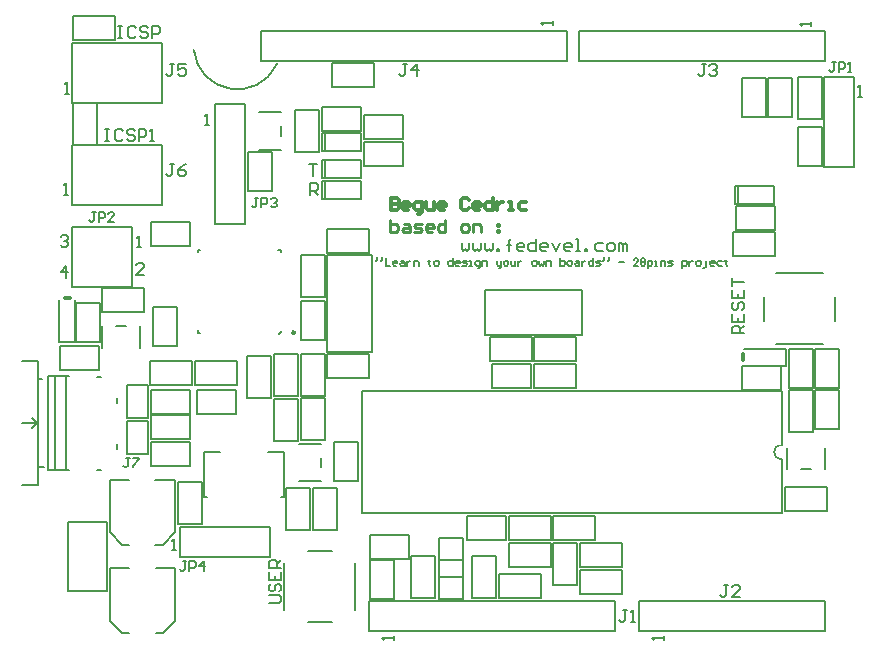
<source format=gto>
G04*
G04 #@! TF.GenerationSoftware,Altium Limited,Altium Designer,20.1.11 (218)*
G04*
G04 Layer_Color=65535*
%FSLAX25Y25*%
%MOIN*%
G70*
G04*
G04 #@! TF.SameCoordinates,693C8C31-8EEC-4DF3-A6D9-A21B1C167F78*
G04*
G04*
G04 #@! TF.FilePolarity,Positive*
G04*
G01*
G75*
%ADD10C,0.00787*%
%ADD11C,0.01000*%
%ADD12C,0.01181*%
%ADD13C,0.00984*%
D10*
X45510Y198501D02*
G03*
X73226Y193896I14490J1499D01*
G01*
X241476Y67000D02*
G03*
X241476Y62000I0J-2500D01*
G01*
X444Y101113D02*
Y115287D01*
X5956Y101113D02*
Y115287D01*
X444Y101113D02*
X5956D01*
X242987Y93244D02*
Y98756D01*
X228813D02*
X242987D01*
X228813Y93244D02*
X242987D01*
X127400Y28500D02*
X135400D01*
Y15500D02*
Y28500D01*
X127400Y15500D02*
X135400D01*
X127400D02*
Y28500D01*
Y23000D02*
Y36000D01*
Y23000D02*
X135400D01*
Y36000D01*
X127400D02*
X135400D01*
X46700Y77200D02*
X59700D01*
Y85200D01*
X46700D02*
X59700D01*
X46700Y77200D02*
Y85200D01*
X104100Y37000D02*
X117100D01*
X104100Y29000D02*
Y37000D01*
Y29000D02*
X117100D01*
Y37000D01*
X243900Y98900D02*
X251900D01*
Y85900D02*
Y98900D01*
X243900Y85900D02*
X251900D01*
X243900D02*
Y98900D01*
X1000Y91800D02*
X14000D01*
Y99800D01*
X1000D02*
X14000D01*
X1000Y91800D02*
Y99800D01*
X100358Y54720D02*
Y67721D01*
X92358D02*
X100358D01*
X92358Y54720D02*
Y67721D01*
Y54720D02*
X100358D01*
X252700Y72100D02*
X260700D01*
X252700D02*
Y85100D01*
X260700D01*
Y72100D02*
Y85100D01*
X104100Y15600D02*
Y28600D01*
Y15600D02*
X112100D01*
Y28600D01*
X104100D02*
X112100D01*
X252700Y98800D02*
X260700D01*
Y85800D02*
Y98800D01*
X252700Y85800D02*
X260700D01*
X252700D02*
Y98800D01*
X14400Y101160D02*
Y114160D01*
X6400D02*
X14400D01*
X6400Y101160D02*
Y114160D01*
Y101160D02*
X14400D01*
X226177Y146520D02*
X239177D01*
X226177Y138520D02*
Y146520D01*
Y138520D02*
X239177D01*
Y146520D01*
X144900Y93800D02*
X157900D01*
X144900Y85800D02*
Y93800D01*
Y85800D02*
X157900D01*
Y93800D01*
X101200Y171600D02*
Y179600D01*
X88200Y171600D02*
X101200D01*
X88200D02*
Y179600D01*
X101200D01*
X228400Y85300D02*
X241400D01*
Y93300D01*
X228400D02*
X241400D01*
X228400Y85300D02*
Y93300D01*
X136600Y43100D02*
X149600D01*
X136600Y35100D02*
Y43100D01*
Y35100D02*
X149600D01*
Y43100D01*
X254800Y159800D02*
Y172800D01*
X246800D02*
X254800D01*
X246800Y159800D02*
Y172800D01*
Y159800D02*
X254800D01*
X228400Y176300D02*
X236400D01*
X228400D02*
Y189300D01*
X236400D01*
Y176300D02*
Y189300D01*
X237000Y176300D02*
X245000D01*
X237000D02*
Y189300D01*
X245000D01*
Y176300D02*
Y189300D01*
X89200Y101900D02*
Y114900D01*
X81200D02*
X89200D01*
X81200Y101900D02*
Y114900D01*
Y101900D02*
X89200D01*
X31098Y59976D02*
X44098D01*
Y67976D01*
X31098D02*
X44098D01*
X31098Y59976D02*
Y67976D01*
X31100Y68700D02*
Y76700D01*
X44100D01*
Y68700D02*
Y76700D01*
X31100Y68700D02*
X44100D01*
X31100Y77300D02*
X44100D01*
Y85300D01*
X31100D02*
X44100D01*
X31100Y77300D02*
Y85300D01*
X31160Y141200D02*
X44160D01*
X31160Y133200D02*
Y141200D01*
Y133200D02*
X44160D01*
Y141200D01*
X31900Y99800D02*
Y112800D01*
Y99800D02*
X39900D01*
Y112800D01*
X31900D02*
X39900D01*
X102200Y159800D02*
X115200D01*
Y167800D01*
X102200D02*
X115200D01*
X102200Y159800D02*
Y167800D01*
X102100Y168800D02*
X115100D01*
Y176800D01*
X102100D02*
X115100D01*
X102100Y168800D02*
Y176800D01*
X71700Y151500D02*
Y164500D01*
X63700D02*
X71700D01*
X63700Y151500D02*
Y164500D01*
Y151500D02*
X71700D01*
X104000Y5000D02*
Y15000D01*
X186000D01*
Y5000D02*
Y15000D01*
X104000Y5000D02*
X186000D01*
X25000Y119670D02*
Y139670D01*
X5000D02*
X25000D01*
X5000Y119670D02*
Y139670D01*
Y119670D02*
X25000D01*
X5000Y167000D02*
X35000D01*
Y147000D02*
Y167000D01*
X5000Y147000D02*
X35000D01*
X5000D02*
Y167000D01*
Y181000D02*
Y201000D01*
Y181000D02*
X35000D01*
Y201000D01*
X5000D02*
X35000D01*
X52480Y180591D02*
X62480D01*
X52480Y140591D02*
Y180591D01*
X62480Y140591D02*
Y180591D01*
X52480Y140591D02*
X62480D01*
X-8528Y72433D02*
X-6756Y74205D01*
X-6657D01*
X-8528Y75976D02*
X-6756Y74205D01*
X-6559D01*
X-11677D02*
X-6559D01*
Y59441D02*
X-4591D01*
X-6165Y88968D02*
X-4984D01*
X-11677Y94874D02*
X-6559D01*
X-11677Y53535D02*
X-6559D01*
Y94874D01*
X2791Y58653D02*
Y89756D01*
X-654Y58653D02*
Y89756D01*
X-3016Y58653D02*
X4071D01*
X-3016D02*
Y89756D01*
X4071D01*
X13331Y89626D02*
X14432D01*
X13331Y58626D02*
X14432D01*
X19917Y67118D02*
X19931Y65526D01*
X20016Y80898D02*
X20031Y82526D01*
X40748Y29646D02*
Y39646D01*
Y29646D02*
X70748D01*
X40748Y39646D02*
X70748D01*
Y29646D02*
Y39646D01*
X194000Y5000D02*
Y15000D01*
X256000D01*
Y5000D02*
Y15000D01*
X194000Y5000D02*
X256000D01*
X255630Y189646D02*
X265630D01*
X255630Y159646D02*
Y189646D01*
X265630Y159646D02*
Y189646D01*
X255630Y159646D02*
X265630D01*
X174000Y205000D02*
X256000D01*
X174000Y195000D02*
Y205000D01*
Y195000D02*
X256000D01*
Y205000D01*
X170000Y195000D02*
Y205000D01*
X68000Y195000D02*
X170000D01*
X68000D02*
Y205000D01*
X170000D01*
X23300Y63947D02*
Y66697D01*
Y63947D02*
X29300D01*
X23300Y72197D02*
Y74947D01*
X30300D01*
Y63947D02*
Y74947D01*
X29300Y63947D02*
X30300D01*
X23300Y66697D02*
Y72197D01*
X30300Y83997D02*
Y86747D01*
X24300D02*
X30300D01*
Y75747D02*
Y78497D01*
X23300Y75747D02*
X30300D01*
X23300D02*
Y86747D01*
X24300D01*
X30300Y78497D02*
Y83997D01*
X104880Y97813D02*
Y130096D01*
X89920Y97813D02*
X104880D01*
X89920D02*
Y130096D01*
X104880D01*
X142458Y118480D02*
X174742D01*
Y103520D02*
Y118480D01*
X142458Y103520D02*
X174742D01*
X142458D02*
Y118480D01*
X80709Y54724D02*
X87795D01*
Y59449D02*
Y62598D01*
X80709Y67323D02*
X87795D01*
X255799Y58757D02*
Y65843D01*
X247925Y58757D02*
X251075D01*
X243201D02*
Y65843D01*
X15001Y99257D02*
Y106343D01*
X19725D02*
X22875D01*
X27599Y99257D02*
Y106343D01*
X48819Y49508D02*
Y64468D01*
X75590Y49508D02*
Y64468D01*
X48819D02*
X54331D01*
X70079D02*
X75590D01*
X74409Y49508D02*
X75590D01*
X48819D02*
X50000D01*
X74016Y103937D02*
X74803Y104724D01*
X46850Y104331D02*
Y105118D01*
Y104331D02*
X47638D01*
X46850Y131890D02*
X47638D01*
X46850Y131102D02*
Y131890D01*
X74410Y131102D02*
Y131890D01*
X73622D02*
X74410D01*
X67357Y177799D02*
X74443D01*
Y169925D02*
Y173075D01*
X67357Y165201D02*
X74443D01*
X241476Y44028D02*
Y62000D01*
X101476Y44028D02*
X241476D01*
Y67000D02*
Y84972D01*
X101476Y44028D02*
Y84972D01*
X241476D01*
X99311Y11726D02*
Y27474D01*
X75689Y11726D02*
Y27474D01*
X83563Y7789D02*
X91437D01*
X83563Y31411D02*
X91437D01*
X239469Y100394D02*
X255217D01*
X239469Y124016D02*
X255217D01*
X235531Y108268D02*
Y116142D01*
X259154Y108268D02*
Y116142D01*
X3600Y18101D02*
Y41101D01*
X16600D01*
Y18101D02*
Y41101D01*
X3600Y18101D02*
X16600D01*
X173400Y20200D02*
Y34200D01*
X165400D02*
X173400D01*
X165400Y20200D02*
Y34200D01*
Y20200D02*
X173400D01*
X174300Y17300D02*
X188300D01*
Y25300D01*
X174300D02*
X188300D01*
X174300Y17300D02*
Y25300D01*
X80300Y68300D02*
Y82300D01*
X72300D02*
X80300D01*
X72300Y68300D02*
Y82300D01*
Y68300D02*
X80300D01*
X88300Y148900D02*
X89300D01*
X88300D02*
Y154900D01*
X89300D01*
Y148900D02*
X101300D01*
X89300D02*
Y154900D01*
X101300D01*
Y148900D02*
Y154900D01*
X88200Y156000D02*
X89200D01*
X88200D02*
Y162000D01*
X89200D01*
Y156000D02*
X101200D01*
X89200D02*
Y162000D01*
X101200D01*
Y156000D02*
Y162000D01*
X88200Y164700D02*
X89200D01*
X88200D02*
Y170700D01*
X89200D01*
Y164700D02*
X101200D01*
X89200D02*
Y170700D01*
X101200D01*
Y164700D02*
Y170700D01*
X225972Y147295D02*
X226972D01*
X225972D02*
Y153295D01*
X226972D01*
Y147295D02*
X238972D01*
X226972D02*
Y153295D01*
X238972D01*
Y147295D02*
Y153295D01*
X225200Y129800D02*
X239200D01*
Y137800D01*
X225200D02*
X239200D01*
X225200Y129800D02*
Y137800D01*
X85200Y38400D02*
Y52400D01*
Y38400D02*
X93200D01*
Y52400D01*
X85200D02*
X93200D01*
X251900Y71200D02*
Y85200D01*
X243900D02*
X251900D01*
X243900Y71200D02*
Y85200D01*
Y71200D02*
X251900D01*
X31040Y95000D02*
X45040D01*
X31040Y87000D02*
Y95000D01*
Y87000D02*
X45040D01*
Y95000D01*
X14800Y119100D02*
X28800D01*
X14800Y111100D02*
Y119100D01*
Y111100D02*
X28800D01*
Y119100D01*
X81100Y68360D02*
Y82360D01*
Y68360D02*
X89100D01*
Y82360D01*
X81100D02*
X89100D01*
X242600Y53000D02*
X256600D01*
X242600Y45000D02*
Y53000D01*
Y45000D02*
X256600D01*
Y53000D01*
X159060Y94700D02*
X173060D01*
Y102700D01*
X159060D02*
X173060D01*
X159060Y94700D02*
Y102700D01*
X87100Y164600D02*
Y178600D01*
X79100D02*
X87100D01*
X79100Y164600D02*
Y178600D01*
Y164600D02*
X87100D01*
X158160Y94700D02*
Y102700D01*
X144160Y94700D02*
X158160D01*
X144160D02*
Y102700D01*
X158160D01*
X165240Y43100D02*
X179240D01*
X165240Y35100D02*
Y43100D01*
Y35100D02*
X179240D01*
Y43100D01*
X150460Y35100D02*
X164460D01*
Y43100D01*
X150460D02*
X164460D01*
X150460Y35100D02*
Y43100D01*
X150460Y34300D02*
X164460D01*
X150460Y26300D02*
Y34300D01*
Y26300D02*
X164460D01*
Y34300D01*
X91700Y186200D02*
X105700D01*
Y194200D01*
X91700D02*
X105700D01*
X91700Y186200D02*
Y194200D01*
X158800Y85800D02*
X172800D01*
Y93800D01*
X158800D02*
X172800D01*
X158800Y85800D02*
Y93800D01*
X174300Y34200D02*
X188300D01*
X174300Y26200D02*
Y34200D01*
Y26200D02*
X188300D01*
Y34200D01*
X5100Y209700D02*
X19100D01*
X5100Y201700D02*
Y209700D01*
Y201700D02*
X19100D01*
Y209700D01*
X40200Y54360D02*
X48200D01*
Y40360D02*
Y54360D01*
X40200Y40360D02*
X48200D01*
X40200D02*
Y54360D01*
X138100Y15900D02*
Y29900D01*
Y15900D02*
X146100D01*
Y29900D01*
X138100D02*
X146100D01*
X118000Y15900D02*
Y29900D01*
Y15900D02*
X126000D01*
Y29900D01*
X118000D02*
X126000D01*
X147100Y23900D02*
X161100D01*
X147100Y15900D02*
Y23900D01*
Y15900D02*
X161100D01*
Y23900D01*
X84400Y38360D02*
Y52360D01*
X76400D02*
X84400D01*
X76400Y38360D02*
Y52360D01*
Y38360D02*
X84400D01*
X246800Y175500D02*
Y189500D01*
Y175500D02*
X254800D01*
Y189500D01*
X246800D02*
X254800D01*
X89800Y89100D02*
X103800D01*
Y97100D01*
X89800D02*
X103800D01*
X89800Y89100D02*
Y97100D01*
X89900Y130900D02*
X103900D01*
Y138900D01*
X89900D02*
X103900D01*
X89900Y130900D02*
Y138900D01*
X5100Y167000D02*
Y181000D01*
Y167000D02*
X13100D01*
Y181000D01*
X5100D02*
X13100D01*
X45800Y95000D02*
X59800D01*
X45800Y87000D02*
Y95000D01*
Y87000D02*
X59800D01*
Y95000D01*
X71224Y82468D02*
Y96469D01*
X63224D02*
X71224D01*
X63224Y82468D02*
Y96469D01*
Y82468D02*
X71224D01*
X81200Y116100D02*
Y130100D01*
Y116100D02*
X89200D01*
Y130100D01*
X81200D02*
X89200D01*
X80378Y83157D02*
Y97158D01*
X72378D02*
X80378D01*
X72378Y83157D02*
Y97158D01*
Y83157D02*
X80378D01*
X89100Y83060D02*
Y97060D01*
X81100D02*
X89100D01*
X81100Y83060D02*
Y97060D01*
Y83060D02*
X89100D01*
X21609Y4173D02*
X23971D01*
X17573Y8209D02*
X21609Y4173D01*
X17573Y8209D02*
Y25827D01*
X32829Y4173D02*
X35191D01*
X39227Y8209D01*
Y25827D01*
X17573D02*
X23971D01*
X32829D02*
X39227D01*
X32729Y55298D02*
X39127D01*
X17473D02*
X23871D01*
X39127Y37679D02*
Y55298D01*
X35091Y33644D02*
X39127Y37679D01*
X32729Y33644D02*
X35091D01*
X17473Y37679D02*
Y55298D01*
Y37679D02*
X21509Y33644D01*
X23871D01*
X134744Y134218D02*
Y132250D01*
X135400Y131595D01*
X136056Y132250D01*
X136712Y131595D01*
X137368Y132250D01*
Y134218D01*
X138680D02*
Y132250D01*
X139336Y131595D01*
X139992Y132250D01*
X140648Y131595D01*
X141304Y132250D01*
Y134218D01*
X142616D02*
Y132250D01*
X143272Y131595D01*
X143928Y132250D01*
X144583Y131595D01*
X145239Y132250D01*
Y134218D01*
X146551Y131595D02*
Y132250D01*
X147207D01*
Y131595D01*
X146551D01*
X150487D02*
Y134874D01*
Y133562D01*
X149831D01*
X151143D01*
X150487D01*
Y134874D01*
X151143Y135530D01*
X155079Y131595D02*
X153767D01*
X153111Y132250D01*
Y133562D01*
X153767Y134218D01*
X155079D01*
X155735Y133562D01*
Y132906D01*
X153111D01*
X159670Y135530D02*
Y131595D01*
X157703D01*
X157047Y132250D01*
Y133562D01*
X157703Y134218D01*
X159670D01*
X162950Y131595D02*
X161638D01*
X160982Y132250D01*
Y133562D01*
X161638Y134218D01*
X162950D01*
X163606Y133562D01*
Y132906D01*
X160982D01*
X164918Y134218D02*
X166230Y131595D01*
X167542Y134218D01*
X170822Y131595D02*
X169510D01*
X168854Y132250D01*
Y133562D01*
X169510Y134218D01*
X170822D01*
X171478Y133562D01*
Y132906D01*
X168854D01*
X172790Y131595D02*
X174101D01*
X173445D01*
Y135530D01*
X172790D01*
X176069Y131595D02*
Y132250D01*
X176725D01*
Y131595D01*
X176069D01*
X181973Y134218D02*
X180005D01*
X179349Y133562D01*
Y132250D01*
X180005Y131595D01*
X181973D01*
X183941D02*
X185253D01*
X185909Y132250D01*
Y133562D01*
X185253Y134218D01*
X183941D01*
X183285Y133562D01*
Y132250D01*
X183941Y131595D01*
X187221D02*
Y134218D01*
X187877D01*
X188532Y133562D01*
Y131595D01*
Y133562D01*
X189189Y134218D01*
X189844Y133562D01*
Y131595D01*
X106693Y129428D02*
Y128641D01*
X106299Y128247D01*
X108267Y129428D02*
Y128641D01*
X107873Y128247D01*
X109448Y129034D02*
Y126673D01*
X111022D01*
X112990D02*
X112203D01*
X111809Y127067D01*
Y127854D01*
X112203Y128247D01*
X112990D01*
X113383Y127854D01*
Y127460D01*
X111809D01*
X114564Y128247D02*
X115351D01*
X115745Y127854D01*
Y126673D01*
X114564D01*
X114171Y127067D01*
X114564Y127460D01*
X115745D01*
X116532Y128247D02*
Y126673D01*
Y127460D01*
X116926Y127854D01*
X117319Y128247D01*
X117713D01*
X118894Y126673D02*
Y128247D01*
X120074D01*
X120468Y127854D01*
Y126673D01*
X124010Y128641D02*
Y128247D01*
X123616D01*
X124404D01*
X124010D01*
Y127067D01*
X124404Y126673D01*
X125978D02*
X126765D01*
X127159Y127067D01*
Y127854D01*
X126765Y128247D01*
X125978D01*
X125584Y127854D01*
Y127067D01*
X125978Y126673D01*
X131881Y129034D02*
Y126673D01*
X130701D01*
X130307Y127067D01*
Y127854D01*
X130701Y128247D01*
X131881D01*
X133849Y126673D02*
X133062D01*
X132669Y127067D01*
Y127854D01*
X133062Y128247D01*
X133849D01*
X134243Y127854D01*
Y127460D01*
X132669D01*
X135030Y126673D02*
X136211D01*
X136604Y127067D01*
X136211Y127460D01*
X135424D01*
X135030Y127854D01*
X135424Y128247D01*
X136604D01*
X137391Y126673D02*
X138179D01*
X137785D01*
Y128247D01*
X137391D01*
X140147Y125886D02*
X140540D01*
X140934Y126279D01*
Y128247D01*
X139753D01*
X139359Y127854D01*
Y127067D01*
X139753Y126673D01*
X140934D01*
X141721D02*
Y128247D01*
X142902D01*
X143295Y127854D01*
Y126673D01*
X146444Y128247D02*
Y127067D01*
X146837Y126673D01*
X148018D01*
Y126279D01*
X147624Y125886D01*
X147231D01*
X148018Y126673D02*
Y128247D01*
X149199Y126673D02*
X149986D01*
X150379Y127067D01*
Y127854D01*
X149986Y128247D01*
X149199D01*
X148805Y127854D01*
Y127067D01*
X149199Y126673D01*
X151167Y128247D02*
Y127067D01*
X151560Y126673D01*
X152741D01*
Y128247D01*
X153528D02*
Y126673D01*
Y127460D01*
X153922Y127854D01*
X154315Y128247D01*
X154709D01*
X158644Y126673D02*
X159432D01*
X159825Y127067D01*
Y127854D01*
X159432Y128247D01*
X158644D01*
X158251Y127854D01*
Y127067D01*
X158644Y126673D01*
X160612Y128247D02*
Y127067D01*
X161006Y126673D01*
X161399Y127067D01*
X161793Y126673D01*
X162187Y127067D01*
Y128247D01*
X162974Y126673D02*
Y128247D01*
X164155D01*
X164548Y127854D01*
Y126673D01*
X167697Y129034D02*
Y126673D01*
X168877D01*
X169271Y127067D01*
Y127460D01*
Y127854D01*
X168877Y128247D01*
X167697D01*
X170452Y126673D02*
X171239D01*
X171632Y127067D01*
Y127854D01*
X171239Y128247D01*
X170452D01*
X170058Y127854D01*
Y127067D01*
X170452Y126673D01*
X172813Y128247D02*
X173600D01*
X173994Y127854D01*
Y126673D01*
X172813D01*
X172420Y127067D01*
X172813Y127460D01*
X173994D01*
X174781Y128247D02*
Y126673D01*
Y127460D01*
X175174Y127854D01*
X175568Y128247D01*
X175962D01*
X178717Y129034D02*
Y126673D01*
X177536D01*
X177142Y127067D01*
Y127854D01*
X177536Y128247D01*
X178717D01*
X179504Y126673D02*
X180684D01*
X181078Y127067D01*
X180684Y127460D01*
X179897D01*
X179504Y127854D01*
X179897Y128247D01*
X181078D01*
X182259Y129428D02*
Y128641D01*
X181865Y128247D01*
X183833Y129428D02*
Y128641D01*
X183440Y128247D01*
X187375Y127854D02*
X188950D01*
X193673Y126673D02*
X192098D01*
X193673Y128247D01*
Y128641D01*
X193279Y129034D01*
X192492D01*
X192098Y128641D01*
X194460D02*
X194853Y129034D01*
X195640D01*
X196034Y128641D01*
Y128247D01*
X195640Y127854D01*
X196034Y127460D01*
Y127067D01*
X195640Y126673D01*
X194853D01*
X194460Y127067D01*
Y127460D01*
X194853Y127854D01*
X194460Y128247D01*
Y128641D01*
X194853Y127854D02*
X195640D01*
X196821Y125886D02*
Y128247D01*
X198002D01*
X198395Y127854D01*
Y127067D01*
X198002Y126673D01*
X196821D01*
X199182D02*
X199970D01*
X199576D01*
Y128247D01*
X199182D01*
X201150Y126673D02*
Y128247D01*
X202331D01*
X202725Y127854D01*
Y126673D01*
X203512D02*
X204693D01*
X205086Y127067D01*
X204693Y127460D01*
X203905D01*
X203512Y127854D01*
X203905Y128247D01*
X205086D01*
X208235Y125886D02*
Y128247D01*
X209415D01*
X209809Y127854D01*
Y127067D01*
X209415Y126673D01*
X208235D01*
X210596Y128247D02*
Y126673D01*
Y127460D01*
X210990Y127854D01*
X211383Y128247D01*
X211777D01*
X213351Y126673D02*
X214138D01*
X214532Y127067D01*
Y127854D01*
X214138Y128247D01*
X213351D01*
X212958Y127854D01*
Y127067D01*
X213351Y126673D01*
X215319Y125886D02*
X215713D01*
X216106Y126279D01*
Y128247D01*
X218861Y126673D02*
X218074D01*
X217680Y127067D01*
Y127854D01*
X218074Y128247D01*
X218861D01*
X219255Y127854D01*
Y127460D01*
X217680D01*
X221616Y128247D02*
X220435D01*
X220042Y127854D01*
Y127067D01*
X220435Y126673D01*
X221616D01*
X222797Y128641D02*
Y128247D01*
X222403D01*
X223190D01*
X222797D01*
Y127067D01*
X223190Y126673D01*
X84055Y160432D02*
X86679D01*
X85367D01*
Y156496D01*
X84252Y150098D02*
Y154034D01*
X86220D01*
X86876Y153378D01*
Y152066D01*
X86220Y151410D01*
X84252D01*
X85564D02*
X86876Y150098D01*
X3051Y122638D02*
Y126574D01*
X1083Y124606D01*
X3706D01*
X1083Y136055D02*
X1739Y136711D01*
X3051D01*
X3706Y136055D01*
Y135399D01*
X3051Y134743D01*
X2395D01*
X3051D01*
X3706Y134088D01*
Y133431D01*
X3051Y132776D01*
X1739D01*
X1083Y133431D01*
X29002Y123524D02*
X26378D01*
X29002Y126147D01*
Y126803D01*
X28346Y127459D01*
X27034D01*
X26378Y126803D01*
X15933Y172164D02*
X17245D01*
X16589D01*
Y168228D01*
X15933D01*
X17245D01*
X21837Y171508D02*
X21181Y172164D01*
X19869D01*
X19213Y171508D01*
Y168884D01*
X19869Y168228D01*
X21181D01*
X21837Y168884D01*
X25773Y171508D02*
X25117Y172164D01*
X23805D01*
X23149Y171508D01*
Y170852D01*
X23805Y170196D01*
X25117D01*
X25773Y169540D01*
Y168884D01*
X25117Y168228D01*
X23805D01*
X23149Y168884D01*
X27084Y168228D02*
Y172164D01*
X29052D01*
X29708Y171508D01*
Y170196D01*
X29052Y169540D01*
X27084D01*
X31020Y168228D02*
X32332D01*
X31676D01*
Y172164D01*
X31020Y171508D01*
X26575Y132677D02*
X27887D01*
X27231D01*
Y136613D01*
X26575Y135957D01*
X20374Y206396D02*
X21686D01*
X21030D01*
Y202461D01*
X20374D01*
X21686D01*
X26278Y205740D02*
X25622Y206396D01*
X24310D01*
X23654Y205740D01*
Y203117D01*
X24310Y202461D01*
X25622D01*
X26278Y203117D01*
X30213Y205740D02*
X29557Y206396D01*
X28245D01*
X27589Y205740D01*
Y205084D01*
X28245Y204429D01*
X29557D01*
X30213Y203772D01*
Y203117D01*
X29557Y202461D01*
X28245D01*
X27589Y203117D01*
X31525Y202461D02*
Y206396D01*
X33493D01*
X34149Y205740D01*
Y204429D01*
X33493Y203772D01*
X31525D01*
X70572Y14075D02*
X73852D01*
X74508Y14731D01*
Y16043D01*
X73852Y16699D01*
X70572D01*
X71228Y20634D02*
X70572Y19978D01*
Y18666D01*
X71228Y18011D01*
X71884D01*
X72540Y18666D01*
Y19978D01*
X73196Y20634D01*
X73852D01*
X74508Y19978D01*
Y18666D01*
X73852Y18011D01*
X70572Y24570D02*
Y21946D01*
X74508D01*
Y24570D01*
X72540Y21946D02*
Y23258D01*
X74508Y25882D02*
X70572D01*
Y27850D01*
X71228Y28506D01*
X72540D01*
X73196Y27850D01*
Y25882D01*
Y27194D02*
X74508Y28506D01*
X228937Y104035D02*
X225001D01*
Y106003D01*
X225657Y106659D01*
X226969D01*
X227625Y106003D01*
Y104035D01*
Y105347D02*
X228937Y106659D01*
X225001Y110595D02*
Y107971D01*
X228937D01*
Y110595D01*
X226969Y107971D02*
Y109283D01*
X225657Y114531D02*
X225001Y113875D01*
Y112563D01*
X225657Y111907D01*
X226313D01*
X226969Y112563D01*
Y113875D01*
X227625Y114531D01*
X228281D01*
X228937Y113875D01*
Y112563D01*
X228281Y111907D01*
X225001Y118466D02*
Y115843D01*
X228937D01*
Y118466D01*
X226969Y115843D02*
Y117155D01*
X225001Y119778D02*
Y122402D01*
Y121090D01*
X228937D01*
X2362Y150295D02*
X3674D01*
X3018D01*
Y154231D01*
X2362Y153575D01*
X2487Y183887D02*
X3799D01*
X3143D01*
Y187823D01*
X2487Y187167D01*
X49268Y173378D02*
X50580D01*
X49924D01*
Y177314D01*
X49268Y176658D01*
X38189Y31693D02*
X39501D01*
X38845D01*
Y35629D01*
X38189Y34973D01*
X112213Y1787D02*
Y3099D01*
Y2443D01*
X108277D01*
X108933Y1787D01*
X202213D02*
Y3099D01*
Y2443D01*
X198277D01*
X198933Y1787D01*
X266987Y182987D02*
X268299D01*
X267643D01*
Y186923D01*
X266987Y186267D01*
X251378Y206594D02*
Y207906D01*
Y207250D01*
X247442D01*
X248098Y206594D01*
X165256Y206791D02*
Y208103D01*
Y207447D01*
X161320D01*
X161976Y206791D01*
X42980Y28051D02*
X41930D01*
X42455D01*
Y25427D01*
X41930Y24902D01*
X41405D01*
X40881Y25427D01*
X44029Y24902D02*
Y28051D01*
X45603D01*
X46128Y27526D01*
Y26476D01*
X45603Y25952D01*
X44029D01*
X48752Y24902D02*
Y28051D01*
X47178Y26476D01*
X49277D01*
X66897Y149212D02*
X65847D01*
X66372D01*
Y146588D01*
X65847Y146063D01*
X65323D01*
X64798Y146588D01*
X67946Y146063D02*
Y149212D01*
X69521D01*
X70046Y148687D01*
Y147638D01*
X69521Y147113D01*
X67946D01*
X71095Y148687D02*
X71620Y149212D01*
X72669D01*
X73194Y148687D01*
Y148163D01*
X72669Y147638D01*
X72145D01*
X72669D01*
X73194Y147113D01*
Y146588D01*
X72669Y146063D01*
X71620D01*
X71095Y146588D01*
X12763Y144488D02*
X11714D01*
X12238D01*
Y141864D01*
X11714Y141339D01*
X11189D01*
X10664Y141864D01*
X13813Y141339D02*
Y144488D01*
X15387D01*
X15912Y143963D01*
Y142913D01*
X15387Y142389D01*
X13813D01*
X19060Y141339D02*
X16961D01*
X19060Y143438D01*
Y143963D01*
X18536Y144488D01*
X17486D01*
X16961Y143963D01*
X259449Y194389D02*
X258400D01*
X258925D01*
Y191765D01*
X258400Y191241D01*
X257875D01*
X257350Y191765D01*
X260499Y191241D02*
Y194389D01*
X262073D01*
X262598Y193865D01*
Y192815D01*
X262073Y192290D01*
X260499D01*
X263647Y191241D02*
X264697D01*
X264172D01*
Y194389D01*
X263647Y193865D01*
X24081Y62598D02*
X23032D01*
X23557D01*
Y59974D01*
X23032Y59449D01*
X22507D01*
X21982Y59974D01*
X25131Y62598D02*
X27230D01*
Y62073D01*
X25131Y59974D01*
Y59449D01*
X38813Y160531D02*
X37501D01*
X38157D01*
Y157251D01*
X37501Y156595D01*
X36845D01*
X36189Y157251D01*
X42748Y160531D02*
X41436Y159875D01*
X40124Y158563D01*
Y157251D01*
X40780Y156595D01*
X42092D01*
X42748Y157251D01*
Y157907D01*
X42092Y158563D01*
X40124D01*
X189862Y11810D02*
X188550D01*
X189206D01*
Y8531D01*
X188550Y7875D01*
X187894D01*
X187238Y8531D01*
X191174Y7875D02*
X192486D01*
X191830D01*
Y11810D01*
X191174Y11154D01*
X38813Y193897D02*
X37501D01*
X38157D01*
Y190617D01*
X37501Y189961D01*
X36845D01*
X36189Y190617D01*
X42748Y193897D02*
X40124D01*
Y191929D01*
X41436Y192585D01*
X42092D01*
X42748Y191929D01*
Y190617D01*
X42092Y189961D01*
X40780D01*
X40124Y190617D01*
X116569Y193799D02*
X115257D01*
X115912D01*
Y190519D01*
X115257Y189863D01*
X114601D01*
X113945Y190519D01*
X119848Y189863D02*
Y193799D01*
X117880Y191831D01*
X120504D01*
X216076Y193799D02*
X214764D01*
X215420D01*
Y190519D01*
X214764Y189863D01*
X214108D01*
X213453Y190519D01*
X217388Y193143D02*
X218044Y193799D01*
X219356D01*
X220012Y193143D01*
Y192487D01*
X219356Y191831D01*
X218700D01*
X219356D01*
X220012Y191175D01*
Y190519D01*
X219356Y189863D01*
X218044D01*
X217388Y190519D01*
X223557Y20177D02*
X222245D01*
X222901D01*
Y16897D01*
X222245Y16241D01*
X221589D01*
X220933Y16897D01*
X227492Y16241D02*
X224869D01*
X227492Y18865D01*
Y19521D01*
X226836Y20177D01*
X225524D01*
X224869Y19521D01*
D11*
X79134Y104331D02*
G03*
X79134Y104331I-394J0D01*
G01*
D12*
X2413Y115680D02*
X4381D01*
X228420Y95213D02*
Y97181D01*
X111122Y149047D02*
Y145111D01*
X113090D01*
X113746Y145767D01*
Y146423D01*
X113090Y147079D01*
X111122D01*
X113090D01*
X113746Y147735D01*
Y148391D01*
X113090Y149047D01*
X111122D01*
X117026Y145111D02*
X115714D01*
X115058Y145767D01*
Y147079D01*
X115714Y147735D01*
X117026D01*
X117682Y147079D01*
Y146423D01*
X115058D01*
X120305Y143799D02*
X120961D01*
X121617Y144455D01*
Y147735D01*
X119650D01*
X118993Y147079D01*
Y145767D01*
X119650Y145111D01*
X121617D01*
X122929Y147735D02*
Y145767D01*
X123585Y145111D01*
X125553D01*
Y147735D01*
X128833Y145111D02*
X127521D01*
X126865Y145767D01*
Y147079D01*
X127521Y147735D01*
X128833D01*
X129489Y147079D01*
Y146423D01*
X126865D01*
X137360Y148391D02*
X136704Y149047D01*
X135392D01*
X134737Y148391D01*
Y145767D01*
X135392Y145111D01*
X136704D01*
X137360Y145767D01*
X140640Y145111D02*
X139328D01*
X138672Y145767D01*
Y147079D01*
X139328Y147735D01*
X140640D01*
X141296Y147079D01*
Y146423D01*
X138672D01*
X145232Y149047D02*
Y145111D01*
X143264D01*
X142608Y145767D01*
Y147079D01*
X143264Y147735D01*
X145232D01*
X146544D02*
Y145111D01*
Y146423D01*
X147200Y147079D01*
X147856Y147735D01*
X148512D01*
X150479Y145111D02*
X151791D01*
X151135D01*
Y147735D01*
X150479D01*
X156383D02*
X154415D01*
X153759Y147079D01*
Y145767D01*
X154415Y145111D01*
X156383D01*
D13*
X111024Y141731D02*
Y137795D01*
X112991D01*
X113647Y138451D01*
Y139107D01*
Y139763D01*
X112991Y140419D01*
X111024D01*
X115615D02*
X116927D01*
X117583Y139763D01*
Y137795D01*
X115615D01*
X114959Y138451D01*
X115615Y139107D01*
X117583D01*
X118895Y137795D02*
X120863D01*
X121519Y138451D01*
X120863Y139107D01*
X119551D01*
X118895Y139763D01*
X119551Y140419D01*
X121519D01*
X124799Y137795D02*
X123487D01*
X122831Y138451D01*
Y139763D01*
X123487Y140419D01*
X124799D01*
X125455Y139763D01*
Y139107D01*
X122831D01*
X129390Y141731D02*
Y137795D01*
X127422D01*
X126767Y138451D01*
Y139763D01*
X127422Y140419D01*
X129390D01*
X135294Y137795D02*
X136606D01*
X137262Y138451D01*
Y139763D01*
X136606Y140419D01*
X135294D01*
X134638Y139763D01*
Y138451D01*
X135294Y137795D01*
X138574D02*
Y140419D01*
X140542D01*
X141198Y139763D01*
Y137795D01*
X146445Y140419D02*
X147101D01*
Y139763D01*
X146445D01*
Y140419D01*
Y138451D02*
X147101D01*
Y137795D01*
X146445D01*
Y138451D01*
M02*

</source>
